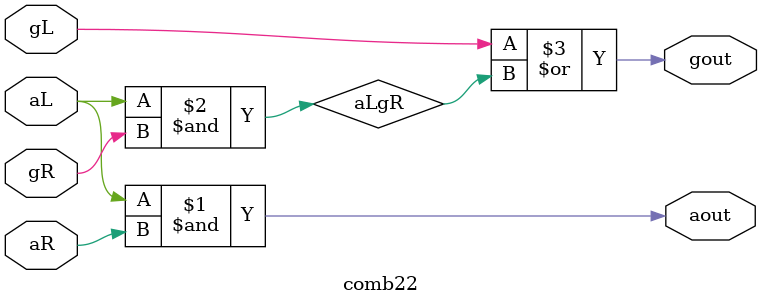
<source format=v>
`timescale 1ns / 1ps
module comb22(
    input gL,
    input aL,
    input gR,
    input aR,
    output gout,
    output aout
    );

wire aLgR;

and(aout, aL, aR);

and(aLgR, aL, gR);
or(gout, gL, aLgR);

endmodule

</source>
